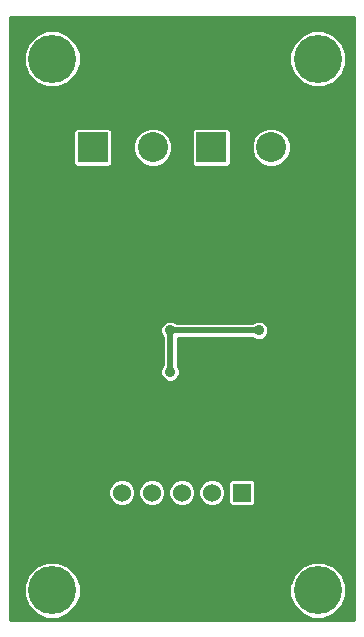
<source format=gtl>
G04 (created by PCBNEW (2013-mar-13)-testing) date Thu 04 Apr 2013 06:27:01 PM CEST*
%MOIN*%
G04 Gerber Fmt 3.4, Leading zero omitted, Abs format*
%FSLAX34Y34*%
G01*
G70*
G90*
G04 APERTURE LIST*
%ADD10C,0.006*%
%ADD11R,0.06X0.06*%
%ADD12C,0.06*%
%ADD13R,0.1X0.1*%
%ADD14C,0.1*%
%ADD15C,0.16*%
%ADD16C,0.035*%
%ADD17C,0.02*%
%ADD18C,0.01*%
G04 APERTURE END LIST*
G54D10*
G54D11*
X45700Y-53830D03*
G54D12*
X45700Y-54830D03*
X44700Y-53830D03*
X44700Y-54830D03*
X43700Y-53830D03*
X43700Y-54830D03*
X42700Y-53830D03*
X42700Y-54830D03*
X41700Y-53830D03*
X41700Y-54830D03*
G54D13*
X40732Y-42322D03*
G54D14*
X42732Y-42322D03*
G54D13*
X44669Y-42322D03*
G54D14*
X46669Y-42322D03*
G54D15*
X39370Y-39370D03*
X39370Y-57086D03*
X48228Y-39370D03*
X48228Y-57086D03*
G54D16*
X46259Y-48425D03*
X43307Y-48425D03*
X43307Y-49803D03*
G54D17*
X43307Y-48425D02*
X46259Y-48425D01*
X43307Y-49803D02*
X43307Y-48425D01*
G54D10*
G36*
X49426Y-58088D02*
X49178Y-58088D01*
X49178Y-56898D01*
X49178Y-39181D01*
X49034Y-38832D01*
X48767Y-38565D01*
X48418Y-38420D01*
X48040Y-38419D01*
X47690Y-38564D01*
X47423Y-38831D01*
X47278Y-39180D01*
X47278Y-39558D01*
X47422Y-39907D01*
X47689Y-40174D01*
X48038Y-40319D01*
X48416Y-40320D01*
X48765Y-40175D01*
X49033Y-39908D01*
X49178Y-39559D01*
X49178Y-39181D01*
X49178Y-56898D01*
X49034Y-56549D01*
X48767Y-56281D01*
X48418Y-56136D01*
X48040Y-56136D01*
X47690Y-56280D01*
X47423Y-56547D01*
X47319Y-56798D01*
X47319Y-42194D01*
X47220Y-41955D01*
X47037Y-41772D01*
X46799Y-41672D01*
X46540Y-41672D01*
X46301Y-41771D01*
X46118Y-41954D01*
X46019Y-42192D01*
X46019Y-42451D01*
X46117Y-42690D01*
X46300Y-42873D01*
X46539Y-42972D01*
X46798Y-42972D01*
X47037Y-42874D01*
X47220Y-42691D01*
X47319Y-42452D01*
X47319Y-42194D01*
X47319Y-56798D01*
X47278Y-56896D01*
X47278Y-57274D01*
X47422Y-57624D01*
X47689Y-57891D01*
X48038Y-58036D01*
X48416Y-58036D01*
X48765Y-57892D01*
X49033Y-57625D01*
X49178Y-57276D01*
X49178Y-56898D01*
X49178Y-58088D01*
X46584Y-58088D01*
X46584Y-48360D01*
X46535Y-48241D01*
X46444Y-48149D01*
X46324Y-48100D01*
X46195Y-48100D01*
X46075Y-48149D01*
X46050Y-48175D01*
X45319Y-48175D01*
X45319Y-42793D01*
X45319Y-41793D01*
X45296Y-41737D01*
X45254Y-41695D01*
X45199Y-41672D01*
X45139Y-41672D01*
X44139Y-41672D01*
X44084Y-41695D01*
X44042Y-41737D01*
X44019Y-41792D01*
X44019Y-41852D01*
X44019Y-42852D01*
X44042Y-42907D01*
X44084Y-42949D01*
X44139Y-42972D01*
X44198Y-42972D01*
X45198Y-42972D01*
X45254Y-42950D01*
X45296Y-42907D01*
X45319Y-42852D01*
X45319Y-42793D01*
X45319Y-48175D01*
X43516Y-48175D01*
X43491Y-48149D01*
X43382Y-48104D01*
X43382Y-42194D01*
X43283Y-41955D01*
X43100Y-41772D01*
X42862Y-41672D01*
X42603Y-41672D01*
X42364Y-41771D01*
X42181Y-41954D01*
X42082Y-42192D01*
X42082Y-42451D01*
X42180Y-42690D01*
X42363Y-42873D01*
X42602Y-42972D01*
X42861Y-42972D01*
X43099Y-42874D01*
X43283Y-42691D01*
X43382Y-42452D01*
X43382Y-42194D01*
X43382Y-48104D01*
X43372Y-48100D01*
X43242Y-48100D01*
X43123Y-48149D01*
X43031Y-48240D01*
X42982Y-48360D01*
X42982Y-48489D01*
X43031Y-48609D01*
X43057Y-48634D01*
X43057Y-49593D01*
X43031Y-49618D01*
X42982Y-49738D01*
X42982Y-49867D01*
X43031Y-49987D01*
X43122Y-50078D01*
X43242Y-50128D01*
X43371Y-50128D01*
X43490Y-50078D01*
X43582Y-49987D01*
X43632Y-49868D01*
X43632Y-49738D01*
X43582Y-49619D01*
X43557Y-49593D01*
X43557Y-48675D01*
X46050Y-48675D01*
X46075Y-48700D01*
X46194Y-48750D01*
X46324Y-48750D01*
X46443Y-48700D01*
X46535Y-48609D01*
X46584Y-48490D01*
X46584Y-48360D01*
X46584Y-58088D01*
X46150Y-58088D01*
X46150Y-54101D01*
X46150Y-53501D01*
X46128Y-53445D01*
X46085Y-53403D01*
X46030Y-53380D01*
X45971Y-53380D01*
X45371Y-53380D01*
X45315Y-53403D01*
X45273Y-53445D01*
X45250Y-53500D01*
X45250Y-53560D01*
X45250Y-54160D01*
X45273Y-54215D01*
X45315Y-54257D01*
X45370Y-54280D01*
X45430Y-54280D01*
X46030Y-54280D01*
X46085Y-54257D01*
X46127Y-54215D01*
X46150Y-54160D01*
X46150Y-54101D01*
X46150Y-58088D01*
X45150Y-58088D01*
X45150Y-53741D01*
X45082Y-53576D01*
X44956Y-53449D01*
X44790Y-53380D01*
X44611Y-53380D01*
X44446Y-53448D01*
X44319Y-53575D01*
X44250Y-53740D01*
X44250Y-53919D01*
X44319Y-54085D01*
X44445Y-54211D01*
X44610Y-54280D01*
X44789Y-54280D01*
X44955Y-54212D01*
X45082Y-54085D01*
X45150Y-53920D01*
X45150Y-53741D01*
X45150Y-58088D01*
X44150Y-58088D01*
X44150Y-53741D01*
X44082Y-53576D01*
X43956Y-53449D01*
X43790Y-53380D01*
X43611Y-53380D01*
X43446Y-53448D01*
X43319Y-53575D01*
X43250Y-53740D01*
X43250Y-53919D01*
X43319Y-54085D01*
X43445Y-54211D01*
X43610Y-54280D01*
X43789Y-54280D01*
X43955Y-54212D01*
X44082Y-54085D01*
X44150Y-53920D01*
X44150Y-53741D01*
X44150Y-58088D01*
X43150Y-58088D01*
X43150Y-53741D01*
X43082Y-53576D01*
X42956Y-53449D01*
X42790Y-53380D01*
X42611Y-53380D01*
X42446Y-53448D01*
X42319Y-53575D01*
X42250Y-53740D01*
X42250Y-53919D01*
X42319Y-54085D01*
X42445Y-54211D01*
X42610Y-54280D01*
X42789Y-54280D01*
X42955Y-54212D01*
X43082Y-54085D01*
X43150Y-53920D01*
X43150Y-53741D01*
X43150Y-58088D01*
X42150Y-58088D01*
X42150Y-53741D01*
X42082Y-53576D01*
X41956Y-53449D01*
X41790Y-53380D01*
X41611Y-53380D01*
X41446Y-53448D01*
X41382Y-53512D01*
X41382Y-42793D01*
X41382Y-41793D01*
X41359Y-41737D01*
X41317Y-41695D01*
X41262Y-41672D01*
X41202Y-41672D01*
X40320Y-41672D01*
X40320Y-39181D01*
X40175Y-38832D01*
X39908Y-38565D01*
X39559Y-38420D01*
X39181Y-38419D01*
X38832Y-38564D01*
X38565Y-38831D01*
X38420Y-39180D01*
X38419Y-39558D01*
X38564Y-39907D01*
X38831Y-40174D01*
X39180Y-40319D01*
X39558Y-40320D01*
X39907Y-40175D01*
X40174Y-39908D01*
X40319Y-39559D01*
X40320Y-39181D01*
X40320Y-41672D01*
X40202Y-41672D01*
X40147Y-41695D01*
X40105Y-41737D01*
X40082Y-41792D01*
X40082Y-41852D01*
X40082Y-42852D01*
X40105Y-42907D01*
X40147Y-42949D01*
X40202Y-42972D01*
X40261Y-42972D01*
X41261Y-42972D01*
X41317Y-42950D01*
X41359Y-42907D01*
X41382Y-42852D01*
X41382Y-42793D01*
X41382Y-53512D01*
X41319Y-53575D01*
X41250Y-53740D01*
X41250Y-53919D01*
X41319Y-54085D01*
X41445Y-54211D01*
X41610Y-54280D01*
X41789Y-54280D01*
X41955Y-54212D01*
X42082Y-54085D01*
X42150Y-53920D01*
X42150Y-53741D01*
X42150Y-58088D01*
X40320Y-58088D01*
X40320Y-56898D01*
X40175Y-56549D01*
X39908Y-56281D01*
X39559Y-56136D01*
X39181Y-56136D01*
X38832Y-56280D01*
X38565Y-56547D01*
X38420Y-56896D01*
X38419Y-57274D01*
X38564Y-57624D01*
X38831Y-57891D01*
X39180Y-58036D01*
X39558Y-58036D01*
X39907Y-57892D01*
X40174Y-57625D01*
X40319Y-57276D01*
X40320Y-56898D01*
X40320Y-58088D01*
X37974Y-58088D01*
X37974Y-37974D01*
X49426Y-37974D01*
X49426Y-58088D01*
X49426Y-58088D01*
G37*
G54D18*
X49426Y-58088D02*
X49178Y-58088D01*
X49178Y-56898D01*
X49178Y-39181D01*
X49034Y-38832D01*
X48767Y-38565D01*
X48418Y-38420D01*
X48040Y-38419D01*
X47690Y-38564D01*
X47423Y-38831D01*
X47278Y-39180D01*
X47278Y-39558D01*
X47422Y-39907D01*
X47689Y-40174D01*
X48038Y-40319D01*
X48416Y-40320D01*
X48765Y-40175D01*
X49033Y-39908D01*
X49178Y-39559D01*
X49178Y-39181D01*
X49178Y-56898D01*
X49034Y-56549D01*
X48767Y-56281D01*
X48418Y-56136D01*
X48040Y-56136D01*
X47690Y-56280D01*
X47423Y-56547D01*
X47319Y-56798D01*
X47319Y-42194D01*
X47220Y-41955D01*
X47037Y-41772D01*
X46799Y-41672D01*
X46540Y-41672D01*
X46301Y-41771D01*
X46118Y-41954D01*
X46019Y-42192D01*
X46019Y-42451D01*
X46117Y-42690D01*
X46300Y-42873D01*
X46539Y-42972D01*
X46798Y-42972D01*
X47037Y-42874D01*
X47220Y-42691D01*
X47319Y-42452D01*
X47319Y-42194D01*
X47319Y-56798D01*
X47278Y-56896D01*
X47278Y-57274D01*
X47422Y-57624D01*
X47689Y-57891D01*
X48038Y-58036D01*
X48416Y-58036D01*
X48765Y-57892D01*
X49033Y-57625D01*
X49178Y-57276D01*
X49178Y-56898D01*
X49178Y-58088D01*
X46584Y-58088D01*
X46584Y-48360D01*
X46535Y-48241D01*
X46444Y-48149D01*
X46324Y-48100D01*
X46195Y-48100D01*
X46075Y-48149D01*
X46050Y-48175D01*
X45319Y-48175D01*
X45319Y-42793D01*
X45319Y-41793D01*
X45296Y-41737D01*
X45254Y-41695D01*
X45199Y-41672D01*
X45139Y-41672D01*
X44139Y-41672D01*
X44084Y-41695D01*
X44042Y-41737D01*
X44019Y-41792D01*
X44019Y-41852D01*
X44019Y-42852D01*
X44042Y-42907D01*
X44084Y-42949D01*
X44139Y-42972D01*
X44198Y-42972D01*
X45198Y-42972D01*
X45254Y-42950D01*
X45296Y-42907D01*
X45319Y-42852D01*
X45319Y-42793D01*
X45319Y-48175D01*
X43516Y-48175D01*
X43491Y-48149D01*
X43382Y-48104D01*
X43382Y-42194D01*
X43283Y-41955D01*
X43100Y-41772D01*
X42862Y-41672D01*
X42603Y-41672D01*
X42364Y-41771D01*
X42181Y-41954D01*
X42082Y-42192D01*
X42082Y-42451D01*
X42180Y-42690D01*
X42363Y-42873D01*
X42602Y-42972D01*
X42861Y-42972D01*
X43099Y-42874D01*
X43283Y-42691D01*
X43382Y-42452D01*
X43382Y-42194D01*
X43382Y-48104D01*
X43372Y-48100D01*
X43242Y-48100D01*
X43123Y-48149D01*
X43031Y-48240D01*
X42982Y-48360D01*
X42982Y-48489D01*
X43031Y-48609D01*
X43057Y-48634D01*
X43057Y-49593D01*
X43031Y-49618D01*
X42982Y-49738D01*
X42982Y-49867D01*
X43031Y-49987D01*
X43122Y-50078D01*
X43242Y-50128D01*
X43371Y-50128D01*
X43490Y-50078D01*
X43582Y-49987D01*
X43632Y-49868D01*
X43632Y-49738D01*
X43582Y-49619D01*
X43557Y-49593D01*
X43557Y-48675D01*
X46050Y-48675D01*
X46075Y-48700D01*
X46194Y-48750D01*
X46324Y-48750D01*
X46443Y-48700D01*
X46535Y-48609D01*
X46584Y-48490D01*
X46584Y-48360D01*
X46584Y-58088D01*
X46150Y-58088D01*
X46150Y-54101D01*
X46150Y-53501D01*
X46128Y-53445D01*
X46085Y-53403D01*
X46030Y-53380D01*
X45971Y-53380D01*
X45371Y-53380D01*
X45315Y-53403D01*
X45273Y-53445D01*
X45250Y-53500D01*
X45250Y-53560D01*
X45250Y-54160D01*
X45273Y-54215D01*
X45315Y-54257D01*
X45370Y-54280D01*
X45430Y-54280D01*
X46030Y-54280D01*
X46085Y-54257D01*
X46127Y-54215D01*
X46150Y-54160D01*
X46150Y-54101D01*
X46150Y-58088D01*
X45150Y-58088D01*
X45150Y-53741D01*
X45082Y-53576D01*
X44956Y-53449D01*
X44790Y-53380D01*
X44611Y-53380D01*
X44446Y-53448D01*
X44319Y-53575D01*
X44250Y-53740D01*
X44250Y-53919D01*
X44319Y-54085D01*
X44445Y-54211D01*
X44610Y-54280D01*
X44789Y-54280D01*
X44955Y-54212D01*
X45082Y-54085D01*
X45150Y-53920D01*
X45150Y-53741D01*
X45150Y-58088D01*
X44150Y-58088D01*
X44150Y-53741D01*
X44082Y-53576D01*
X43956Y-53449D01*
X43790Y-53380D01*
X43611Y-53380D01*
X43446Y-53448D01*
X43319Y-53575D01*
X43250Y-53740D01*
X43250Y-53919D01*
X43319Y-54085D01*
X43445Y-54211D01*
X43610Y-54280D01*
X43789Y-54280D01*
X43955Y-54212D01*
X44082Y-54085D01*
X44150Y-53920D01*
X44150Y-53741D01*
X44150Y-58088D01*
X43150Y-58088D01*
X43150Y-53741D01*
X43082Y-53576D01*
X42956Y-53449D01*
X42790Y-53380D01*
X42611Y-53380D01*
X42446Y-53448D01*
X42319Y-53575D01*
X42250Y-53740D01*
X42250Y-53919D01*
X42319Y-54085D01*
X42445Y-54211D01*
X42610Y-54280D01*
X42789Y-54280D01*
X42955Y-54212D01*
X43082Y-54085D01*
X43150Y-53920D01*
X43150Y-53741D01*
X43150Y-58088D01*
X42150Y-58088D01*
X42150Y-53741D01*
X42082Y-53576D01*
X41956Y-53449D01*
X41790Y-53380D01*
X41611Y-53380D01*
X41446Y-53448D01*
X41382Y-53512D01*
X41382Y-42793D01*
X41382Y-41793D01*
X41359Y-41737D01*
X41317Y-41695D01*
X41262Y-41672D01*
X41202Y-41672D01*
X40320Y-41672D01*
X40320Y-39181D01*
X40175Y-38832D01*
X39908Y-38565D01*
X39559Y-38420D01*
X39181Y-38419D01*
X38832Y-38564D01*
X38565Y-38831D01*
X38420Y-39180D01*
X38419Y-39558D01*
X38564Y-39907D01*
X38831Y-40174D01*
X39180Y-40319D01*
X39558Y-40320D01*
X39907Y-40175D01*
X40174Y-39908D01*
X40319Y-39559D01*
X40320Y-39181D01*
X40320Y-41672D01*
X40202Y-41672D01*
X40147Y-41695D01*
X40105Y-41737D01*
X40082Y-41792D01*
X40082Y-41852D01*
X40082Y-42852D01*
X40105Y-42907D01*
X40147Y-42949D01*
X40202Y-42972D01*
X40261Y-42972D01*
X41261Y-42972D01*
X41317Y-42950D01*
X41359Y-42907D01*
X41382Y-42852D01*
X41382Y-42793D01*
X41382Y-53512D01*
X41319Y-53575D01*
X41250Y-53740D01*
X41250Y-53919D01*
X41319Y-54085D01*
X41445Y-54211D01*
X41610Y-54280D01*
X41789Y-54280D01*
X41955Y-54212D01*
X42082Y-54085D01*
X42150Y-53920D01*
X42150Y-53741D01*
X42150Y-58088D01*
X40320Y-58088D01*
X40320Y-56898D01*
X40175Y-56549D01*
X39908Y-56281D01*
X39559Y-56136D01*
X39181Y-56136D01*
X38832Y-56280D01*
X38565Y-56547D01*
X38420Y-56896D01*
X38419Y-57274D01*
X38564Y-57624D01*
X38831Y-57891D01*
X39180Y-58036D01*
X39558Y-58036D01*
X39907Y-57892D01*
X40174Y-57625D01*
X40319Y-57276D01*
X40320Y-56898D01*
X40320Y-58088D01*
X37974Y-58088D01*
X37974Y-37974D01*
X49426Y-37974D01*
X49426Y-58088D01*
M02*

</source>
